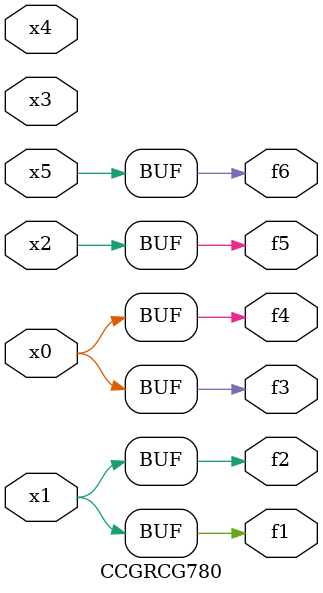
<source format=v>
module CCGRCG780(
	input x0, x1, x2, x3, x4, x5,
	output f1, f2, f3, f4, f5, f6
);
	assign f1 = x1;
	assign f2 = x1;
	assign f3 = x0;
	assign f4 = x0;
	assign f5 = x2;
	assign f6 = x5;
endmodule

</source>
